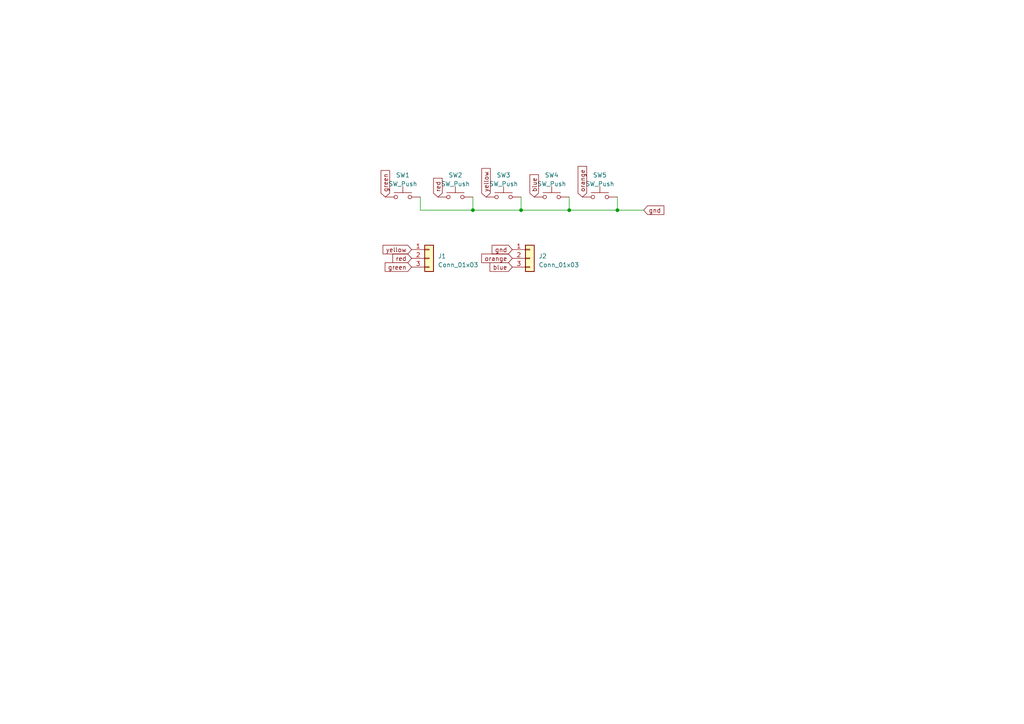
<source format=kicad_sch>
(kicad_sch (version 20230121) (generator eeschema)

  (uuid a2980088-9ca0-48d5-af1f-1a1a080a2c23)

  (paper "A4")

  (lib_symbols
    (symbol "Connector_Generic:Conn_01x03" (pin_names (offset 1.016) hide) (in_bom yes) (on_board yes)
      (property "Reference" "J" (at 0 5.08 0)
        (effects (font (size 1.27 1.27)))
      )
      (property "Value" "Conn_01x03" (at 0 -5.08 0)
        (effects (font (size 1.27 1.27)))
      )
      (property "Footprint" "" (at 0 0 0)
        (effects (font (size 1.27 1.27)) hide)
      )
      (property "Datasheet" "~" (at 0 0 0)
        (effects (font (size 1.27 1.27)) hide)
      )
      (property "ki_keywords" "connector" (at 0 0 0)
        (effects (font (size 1.27 1.27)) hide)
      )
      (property "ki_description" "Generic connector, single row, 01x03, script generated (kicad-library-utils/schlib/autogen/connector/)" (at 0 0 0)
        (effects (font (size 1.27 1.27)) hide)
      )
      (property "ki_fp_filters" "Connector*:*_1x??_*" (at 0 0 0)
        (effects (font (size 1.27 1.27)) hide)
      )
      (symbol "Conn_01x03_1_1"
        (rectangle (start -1.27 -2.413) (end 0 -2.667)
          (stroke (width 0.1524) (type default))
          (fill (type none))
        )
        (rectangle (start -1.27 0.127) (end 0 -0.127)
          (stroke (width 0.1524) (type default))
          (fill (type none))
        )
        (rectangle (start -1.27 2.667) (end 0 2.413)
          (stroke (width 0.1524) (type default))
          (fill (type none))
        )
        (rectangle (start -1.27 3.81) (end 1.27 -3.81)
          (stroke (width 0.254) (type default))
          (fill (type background))
        )
        (pin passive line (at -5.08 2.54 0) (length 3.81)
          (name "Pin_1" (effects (font (size 1.27 1.27))))
          (number "1" (effects (font (size 1.27 1.27))))
        )
        (pin passive line (at -5.08 0 0) (length 3.81)
          (name "Pin_2" (effects (font (size 1.27 1.27))))
          (number "2" (effects (font (size 1.27 1.27))))
        )
        (pin passive line (at -5.08 -2.54 0) (length 3.81)
          (name "Pin_3" (effects (font (size 1.27 1.27))))
          (number "3" (effects (font (size 1.27 1.27))))
        )
      )
    )
    (symbol "Switch:SW_Push" (pin_numbers hide) (pin_names (offset 1.016) hide) (in_bom yes) (on_board yes)
      (property "Reference" "SW" (at 1.27 2.54 0)
        (effects (font (size 1.27 1.27)) (justify left))
      )
      (property "Value" "SW_Push" (at 0 -1.524 0)
        (effects (font (size 1.27 1.27)))
      )
      (property "Footprint" "" (at 0 5.08 0)
        (effects (font (size 1.27 1.27)) hide)
      )
      (property "Datasheet" "~" (at 0 5.08 0)
        (effects (font (size 1.27 1.27)) hide)
      )
      (property "ki_keywords" "switch normally-open pushbutton push-button" (at 0 0 0)
        (effects (font (size 1.27 1.27)) hide)
      )
      (property "ki_description" "Push button switch, generic, two pins" (at 0 0 0)
        (effects (font (size 1.27 1.27)) hide)
      )
      (symbol "SW_Push_0_1"
        (circle (center -2.032 0) (radius 0.508)
          (stroke (width 0) (type default))
          (fill (type none))
        )
        (polyline
          (pts
            (xy 0 1.27)
            (xy 0 3.048)
          )
          (stroke (width 0) (type default))
          (fill (type none))
        )
        (polyline
          (pts
            (xy 2.54 1.27)
            (xy -2.54 1.27)
          )
          (stroke (width 0) (type default))
          (fill (type none))
        )
        (circle (center 2.032 0) (radius 0.508)
          (stroke (width 0) (type default))
          (fill (type none))
        )
        (pin passive line (at -5.08 0 0) (length 2.54)
          (name "1" (effects (font (size 1.27 1.27))))
          (number "1" (effects (font (size 1.27 1.27))))
        )
        (pin passive line (at 5.08 0 180) (length 2.54)
          (name "2" (effects (font (size 1.27 1.27))))
          (number "2" (effects (font (size 1.27 1.27))))
        )
      )
    )
  )

  (junction (at 137.16 60.96) (diameter 0) (color 0 0 0 0)
    (uuid 4801de85-6a38-43eb-9204-97e6cdaff113)
  )
  (junction (at 165.1 60.96) (diameter 0) (color 0 0 0 0)
    (uuid 8607609d-5a19-4db1-a960-61839ab48bef)
  )
  (junction (at 151.13 60.96) (diameter 0) (color 0 0 0 0)
    (uuid 93c836de-8969-4f54-ae5d-3b810e915db0)
  )
  (junction (at 179.07 60.96) (diameter 0) (color 0 0 0 0)
    (uuid d28452ba-8252-4a31-bee6-a8471df4df33)
  )

  (wire (pts (xy 137.16 60.96) (xy 121.92 60.96))
    (stroke (width 0) (type default))
    (uuid 05e1c2dc-d888-4f91-b69f-d636f93a5a3b)
  )
  (wire (pts (xy 165.1 60.96) (xy 151.13 60.96))
    (stroke (width 0) (type default))
    (uuid 0919e82b-2d74-45ca-bb0a-6d7915584641)
  )
  (wire (pts (xy 151.13 60.96) (xy 137.16 60.96))
    (stroke (width 0) (type default))
    (uuid 25988185-a85a-4ef5-bfba-e19c2c670bfe)
  )
  (wire (pts (xy 137.16 57.15) (xy 137.16 60.96))
    (stroke (width 0) (type default))
    (uuid 344d2bc4-64ac-4c8b-8336-8926192ab148)
  )
  (wire (pts (xy 121.92 60.96) (xy 121.92 57.15))
    (stroke (width 0) (type default))
    (uuid 81fe9fd5-fb4c-4851-92d9-2c262e1b3e58)
  )
  (wire (pts (xy 186.69 60.96) (xy 179.07 60.96))
    (stroke (width 0) (type default))
    (uuid 8ee92063-e0d4-4eba-a108-2d71e813e2e6)
  )
  (wire (pts (xy 151.13 57.15) (xy 151.13 60.96))
    (stroke (width 0) (type default))
    (uuid 90e0f493-f986-4a32-869b-a663ba031655)
  )
  (wire (pts (xy 179.07 60.96) (xy 179.07 57.15))
    (stroke (width 0) (type default))
    (uuid d51e3f04-cb5b-45c1-bad2-724144f94fe9)
  )
  (wire (pts (xy 179.07 60.96) (xy 165.1 60.96))
    (stroke (width 0) (type default))
    (uuid e15d1836-2d91-4588-a730-29a4ce27c81f)
  )
  (wire (pts (xy 165.1 57.15) (xy 165.1 60.96))
    (stroke (width 0) (type default))
    (uuid ff78af54-8c43-4add-b0ec-92c3d4f0139b)
  )

  (global_label "green" (shape input) (at 111.76 57.15 90) (fields_autoplaced)
    (effects (font (size 1.27 1.27)) (justify left))
    (uuid 5211a4fa-d92e-460d-867f-9e8e2fac4b02)
    (property "Intersheetrefs" "${INTERSHEET_REFS}" (at 111.76 48.9828 90)
      (effects (font (size 1.27 1.27)) (justify left) hide)
    )
  )
  (global_label "red" (shape input) (at 119.38 74.93 180) (fields_autoplaced)
    (effects (font (size 1.27 1.27)) (justify right))
    (uuid 5e9df55f-9e99-4268-a3f7-2d39e66f5c44)
    (property "Intersheetrefs" "${INTERSHEET_REFS}" (at 113.4504 74.93 0)
      (effects (font (size 1.27 1.27)) (justify right) hide)
    )
  )
  (global_label "yellow" (shape input) (at 119.38 72.39 180) (fields_autoplaced)
    (effects (font (size 1.27 1.27)) (justify right))
    (uuid 6962a0f9-2a6c-4a01-a6cf-af136fcf5b4b)
    (property "Intersheetrefs" "${INTERSHEET_REFS}" (at 110.6081 72.39 0)
      (effects (font (size 1.27 1.27)) (justify right) hide)
    )
  )
  (global_label "gnd" (shape input) (at 148.59 72.39 180) (fields_autoplaced)
    (effects (font (size 1.27 1.27)) (justify right))
    (uuid 696d5eea-8ec4-47a2-97ce-99c8fc6c4151)
    (property "Intersheetrefs" "${INTERSHEET_REFS}" (at 142.2372 72.39 0)
      (effects (font (size 1.27 1.27)) (justify right) hide)
    )
  )
  (global_label "red" (shape input) (at 127 57.15 90) (fields_autoplaced)
    (effects (font (size 1.27 1.27)) (justify left))
    (uuid b1bd53f8-4cbf-47f4-b5c3-953d0ad97470)
    (property "Intersheetrefs" "${INTERSHEET_REFS}" (at 127 51.2204 90)
      (effects (font (size 1.27 1.27)) (justify left) hide)
    )
  )
  (global_label "green" (shape input) (at 119.38 77.47 180) (fields_autoplaced)
    (effects (font (size 1.27 1.27)) (justify right))
    (uuid bb48c7a7-b11c-4791-8525-0b40f57e83f2)
    (property "Intersheetrefs" "${INTERSHEET_REFS}" (at 111.2128 77.47 0)
      (effects (font (size 1.27 1.27)) (justify right) hide)
    )
  )
  (global_label "yellow" (shape input) (at 140.97 57.15 90) (fields_autoplaced)
    (effects (font (size 1.27 1.27)) (justify left))
    (uuid bbd73c92-1907-40d6-8020-7faa2a5deaa7)
    (property "Intersheetrefs" "${INTERSHEET_REFS}" (at 140.97 48.3781 90)
      (effects (font (size 1.27 1.27)) (justify left) hide)
    )
  )
  (global_label "gnd" (shape input) (at 186.69 60.96 0) (fields_autoplaced)
    (effects (font (size 1.27 1.27)) (justify left))
    (uuid c0bdb88e-b39e-4211-8e8c-bec2da6dbbe8)
    (property "Intersheetrefs" "${INTERSHEET_REFS}" (at 193.0428 60.96 0)
      (effects (font (size 1.27 1.27)) (justify left) hide)
    )
  )
  (global_label "blue" (shape input) (at 148.59 77.47 180) (fields_autoplaced)
    (effects (font (size 1.27 1.27)) (justify right))
    (uuid c6327860-5dd6-4e19-a4e1-7fbcae2a94cd)
    (property "Intersheetrefs" "${INTERSHEET_REFS}" (at 141.6324 77.47 0)
      (effects (font (size 1.27 1.27)) (justify right) hide)
    )
  )
  (global_label "orange" (shape input) (at 168.91 57.15 90) (fields_autoplaced)
    (effects (font (size 1.27 1.27)) (justify left))
    (uuid d722c48b-9dab-45d5-ba82-2a79cd6beda3)
    (property "Intersheetrefs" "${INTERSHEET_REFS}" (at 168.91 47.7734 90)
      (effects (font (size 1.27 1.27)) (justify left) hide)
    )
  )
  (global_label "orange" (shape input) (at 148.59 74.93 180) (fields_autoplaced)
    (effects (font (size 1.27 1.27)) (justify right))
    (uuid e516f16d-2300-4231-a34b-dba112f1d2a0)
    (property "Intersheetrefs" "${INTERSHEET_REFS}" (at 139.2134 74.93 0)
      (effects (font (size 1.27 1.27)) (justify right) hide)
    )
  )
  (global_label "blue" (shape input) (at 154.94 57.15 90) (fields_autoplaced)
    (effects (font (size 1.27 1.27)) (justify left))
    (uuid f4cba612-e0cd-4f32-9577-aeb0dff1ce5b)
    (property "Intersheetrefs" "${INTERSHEET_REFS}" (at 154.94 50.1924 90)
      (effects (font (size 1.27 1.27)) (justify left) hide)
    )
  )

  (symbol (lib_id "Switch:SW_Push") (at 116.84 57.15 0) (unit 1)
    (in_bom yes) (on_board yes) (dnp no) (fields_autoplaced)
    (uuid 3373d1c5-8ffe-4e1e-bb58-c0e4846229a8)
    (property "Reference" "SW1" (at 116.84 50.8 0)
      (effects (font (size 1.27 1.27)))
    )
    (property "Value" "SW_Push" (at 116.84 53.34 0)
      (effects (font (size 1.27 1.27)))
    )
    (property "Footprint" "keebio:Kailh-PG1350-1u-NoLED" (at 116.84 52.07 0)
      (effects (font (size 1.27 1.27)) hide)
    )
    (property "Datasheet" "~" (at 116.84 52.07 0)
      (effects (font (size 1.27 1.27)) hide)
    )
    (pin "1" (uuid 6c8d6e9c-9fd8-407e-86ba-1d775d734650))
    (pin "2" (uuid 05094dfe-ea2f-448e-a485-274c57be4915))
    (instances
      (project "fret"
        (path "/a2980088-9ca0-48d5-af1f-1a1a080a2c23"
          (reference "SW1") (unit 1)
        )
      )
    )
  )

  (symbol (lib_id "Connector_Generic:Conn_01x03") (at 153.67 74.93 0) (unit 1)
    (in_bom yes) (on_board yes) (dnp no) (fields_autoplaced)
    (uuid 51ad19db-7eb4-41ca-8f71-2e50fcc774d0)
    (property "Reference" "J2" (at 156.21 74.295 0)
      (effects (font (size 1.27 1.27)) (justify left))
    )
    (property "Value" "Conn_01x03" (at 156.21 76.835 0)
      (effects (font (size 1.27 1.27)) (justify left))
    )
    (property "Footprint" "Connector_PinSocket_2.54mm:PinSocket_1x03_P2.54mm_Vertical" (at 153.67 74.93 0)
      (effects (font (size 1.27 1.27)) hide)
    )
    (property "Datasheet" "~" (at 153.67 74.93 0)
      (effects (font (size 1.27 1.27)) hide)
    )
    (pin "1" (uuid 56c41dd2-982e-4abe-aad9-1f3303f293aa))
    (pin "2" (uuid 519e082b-79a4-4d27-85ba-b3ad39e33cf8))
    (pin "3" (uuid 68439c52-35a4-4190-8456-f85ccb667a29))
    (instances
      (project "fret"
        (path "/a2980088-9ca0-48d5-af1f-1a1a080a2c23"
          (reference "J2") (unit 1)
        )
      )
    )
  )

  (symbol (lib_id "Switch:SW_Push") (at 160.02 57.15 0) (unit 1)
    (in_bom yes) (on_board yes) (dnp no) (fields_autoplaced)
    (uuid 62fd38b2-80c8-498b-bf8f-621caec5951f)
    (property "Reference" "SW4" (at 160.02 50.8 0)
      (effects (font (size 1.27 1.27)))
    )
    (property "Value" "SW_Push" (at 160.02 53.34 0)
      (effects (font (size 1.27 1.27)))
    )
    (property "Footprint" "keebio:Kailh-PG1350-1u-NoLED" (at 160.02 52.07 0)
      (effects (font (size 1.27 1.27)) hide)
    )
    (property "Datasheet" "~" (at 160.02 52.07 0)
      (effects (font (size 1.27 1.27)) hide)
    )
    (pin "1" (uuid ce820b5c-b453-42fb-bd9f-3cd14676c944))
    (pin "2" (uuid d19815fb-a29e-43d6-8103-adcb4b7ba428))
    (instances
      (project "fret"
        (path "/a2980088-9ca0-48d5-af1f-1a1a080a2c23"
          (reference "SW4") (unit 1)
        )
      )
    )
  )

  (symbol (lib_id "Connector_Generic:Conn_01x03") (at 124.46 74.93 0) (unit 1)
    (in_bom yes) (on_board yes) (dnp no) (fields_autoplaced)
    (uuid 6fceb078-81ae-43cd-88df-37793bdfef58)
    (property "Reference" "J1" (at 127 74.295 0)
      (effects (font (size 1.27 1.27)) (justify left))
    )
    (property "Value" "Conn_01x03" (at 127 76.835 0)
      (effects (font (size 1.27 1.27)) (justify left))
    )
    (property "Footprint" "Connector_PinSocket_2.54mm:PinSocket_1x03_P2.54mm_Vertical" (at 124.46 74.93 0)
      (effects (font (size 1.27 1.27)) hide)
    )
    (property "Datasheet" "~" (at 124.46 74.93 0)
      (effects (font (size 1.27 1.27)) hide)
    )
    (pin "1" (uuid 2d98ada9-b819-477c-9894-3424afdef4b2))
    (pin "2" (uuid 91e01d45-5611-4ead-9299-30a4087bf5af))
    (pin "3" (uuid 0177a1d2-7a91-40b7-b199-d2fe316f2a53))
    (instances
      (project "fret"
        (path "/a2980088-9ca0-48d5-af1f-1a1a080a2c23"
          (reference "J1") (unit 1)
        )
      )
    )
  )

  (symbol (lib_id "Switch:SW_Push") (at 173.99 57.15 0) (unit 1)
    (in_bom yes) (on_board yes) (dnp no) (fields_autoplaced)
    (uuid 7cb7eace-f94e-4f12-8eb6-c754dbc9b91c)
    (property "Reference" "SW5" (at 173.99 50.8 0)
      (effects (font (size 1.27 1.27)))
    )
    (property "Value" "SW_Push" (at 173.99 53.34 0)
      (effects (font (size 1.27 1.27)))
    )
    (property "Footprint" "keebio:Kailh-PG1350-1u-NoLED" (at 173.99 52.07 0)
      (effects (font (size 1.27 1.27)) hide)
    )
    (property "Datasheet" "~" (at 173.99 52.07 0)
      (effects (font (size 1.27 1.27)) hide)
    )
    (pin "1" (uuid 1fcb7990-f40d-46fc-ac7d-f127e62be571))
    (pin "2" (uuid 5a704b91-e451-48f8-a8fc-ab364ca20197))
    (instances
      (project "fret"
        (path "/a2980088-9ca0-48d5-af1f-1a1a080a2c23"
          (reference "SW5") (unit 1)
        )
      )
    )
  )

  (symbol (lib_id "Switch:SW_Push") (at 146.05 57.15 0) (unit 1)
    (in_bom yes) (on_board yes) (dnp no) (fields_autoplaced)
    (uuid d8e8f76b-816e-4506-86af-9f4a2f66922e)
    (property "Reference" "SW3" (at 146.05 50.8 0)
      (effects (font (size 1.27 1.27)))
    )
    (property "Value" "SW_Push" (at 146.05 53.34 0)
      (effects (font (size 1.27 1.27)))
    )
    (property "Footprint" "keebio:Kailh-PG1350-1u-NoLED" (at 146.05 52.07 0)
      (effects (font (size 1.27 1.27)) hide)
    )
    (property "Datasheet" "~" (at 146.05 52.07 0)
      (effects (font (size 1.27 1.27)) hide)
    )
    (pin "1" (uuid e9d1f954-7ee8-42af-9e2f-9893b066a447))
    (pin "2" (uuid 01223afd-eec6-4622-aec6-744fe05b0f3d))
    (instances
      (project "fret"
        (path "/a2980088-9ca0-48d5-af1f-1a1a080a2c23"
          (reference "SW3") (unit 1)
        )
      )
    )
  )

  (symbol (lib_id "Switch:SW_Push") (at 132.08 57.15 0) (unit 1)
    (in_bom yes) (on_board yes) (dnp no) (fields_autoplaced)
    (uuid f4d6bab0-75e0-4ba8-bf00-66076ae545c3)
    (property "Reference" "SW2" (at 132.08 50.8 0)
      (effects (font (size 1.27 1.27)))
    )
    (property "Value" "SW_Push" (at 132.08 53.34 0)
      (effects (font (size 1.27 1.27)))
    )
    (property "Footprint" "keebio:Kailh-PG1350-1u-NoLED" (at 132.08 52.07 0)
      (effects (font (size 1.27 1.27)) hide)
    )
    (property "Datasheet" "~" (at 132.08 52.07 0)
      (effects (font (size 1.27 1.27)) hide)
    )
    (pin "1" (uuid 008a4c74-9c9a-461a-89ae-4b6d775ae620))
    (pin "2" (uuid 6ca4ce41-4fd6-4265-9dc6-516924085841))
    (instances
      (project "fret"
        (path "/a2980088-9ca0-48d5-af1f-1a1a080a2c23"
          (reference "SW2") (unit 1)
        )
      )
    )
  )

  (sheet_instances
    (path "/" (page "1"))
  )
)

</source>
